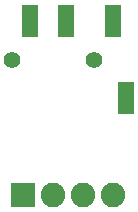
<source format=gbr>
G04 EAGLE Gerber RS-274X export*
G75*
%MOMM*%
%FSLAX34Y34*%
%LPD*%
%INSoldermask Top*%
%IPPOS*%
%AMOC8*
5,1,8,0,0,1.08239X$1,22.5*%
G01*
%ADD10R,1.403200X2.703200*%
%ADD11C,1.403200*%
%ADD12R,2.082800X2.082800*%
%ADD13C,2.082800*%


D10*
X102000Y159500D03*
X113000Y94500D03*
X62000Y159500D03*
X32000Y159500D03*
D11*
X16000Y127000D03*
X86000Y127000D03*
D12*
X25400Y12700D03*
D13*
X50800Y12700D03*
X76200Y12700D03*
X101600Y12700D03*
M02*

</source>
